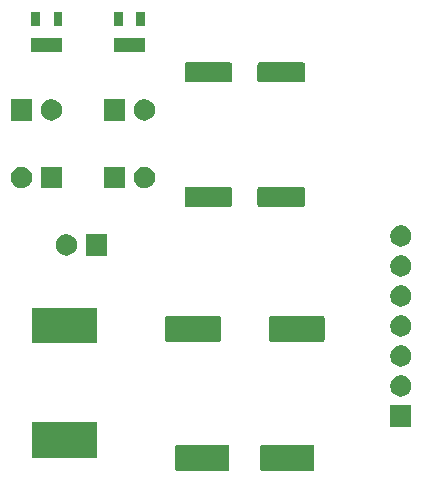
<source format=gbr>
G04 #@! TF.GenerationSoftware,KiCad,Pcbnew,5.1.5-1.fc30*
G04 #@! TF.CreationDate,2020-12-14T14:28:46-06:00*
G04 #@! TF.ProjectId,auxiliary_power,61757869-6c69-4617-9279-5f706f776572,rev?*
G04 #@! TF.SameCoordinates,Original*
G04 #@! TF.FileFunction,Soldermask,Top*
G04 #@! TF.FilePolarity,Negative*
%FSLAX46Y46*%
G04 Gerber Fmt 4.6, Leading zero omitted, Abs format (unit mm)*
G04 Created by KiCad (PCBNEW 5.1.5-1.fc30) date 2020-12-14 14:28:46*
%MOMM*%
%LPD*%
G04 APERTURE LIST*
%ADD10C,0.100000*%
G04 APERTURE END LIST*
D10*
G36*
X117145536Y-110662800D02*
G01*
X117176738Y-110672265D01*
X117205486Y-110687631D01*
X117230687Y-110708313D01*
X117251369Y-110733514D01*
X117266735Y-110762262D01*
X117276200Y-110793464D01*
X117280000Y-110832046D01*
X117280000Y-112687954D01*
X117276200Y-112726536D01*
X117266735Y-112757738D01*
X117251369Y-112786486D01*
X117230687Y-112811687D01*
X117205486Y-112832369D01*
X117176738Y-112847735D01*
X117145536Y-112857200D01*
X117106954Y-112861000D01*
X112851046Y-112861000D01*
X112812464Y-112857200D01*
X112781262Y-112847735D01*
X112752514Y-112832369D01*
X112727313Y-112811687D01*
X112706631Y-112786486D01*
X112691265Y-112757738D01*
X112681800Y-112726536D01*
X112678000Y-112687954D01*
X112678000Y-110832046D01*
X112681800Y-110793464D01*
X112691265Y-110762262D01*
X112706631Y-110733514D01*
X112727313Y-110708313D01*
X112752514Y-110687631D01*
X112781262Y-110672265D01*
X112812464Y-110662800D01*
X112851046Y-110659000D01*
X117106954Y-110659000D01*
X117145536Y-110662800D01*
G37*
G36*
X109945536Y-110662800D02*
G01*
X109976738Y-110672265D01*
X110005486Y-110687631D01*
X110030687Y-110708313D01*
X110051369Y-110733514D01*
X110066735Y-110762262D01*
X110076200Y-110793464D01*
X110080000Y-110832046D01*
X110080000Y-112687954D01*
X110076200Y-112726536D01*
X110066735Y-112757738D01*
X110051369Y-112786486D01*
X110030687Y-112811687D01*
X110005486Y-112832369D01*
X109976738Y-112847735D01*
X109945536Y-112857200D01*
X109906954Y-112861000D01*
X105651046Y-112861000D01*
X105612464Y-112857200D01*
X105581262Y-112847735D01*
X105552514Y-112832369D01*
X105527313Y-112811687D01*
X105506631Y-112786486D01*
X105491265Y-112757738D01*
X105481800Y-112726536D01*
X105478000Y-112687954D01*
X105478000Y-110832046D01*
X105481800Y-110793464D01*
X105491265Y-110762262D01*
X105506631Y-110733514D01*
X105527313Y-110708313D01*
X105552514Y-110687631D01*
X105581262Y-110672265D01*
X105612464Y-110662800D01*
X105651046Y-110659000D01*
X109906954Y-110659000D01*
X109945536Y-110662800D01*
G37*
G36*
X98890000Y-111761000D02*
G01*
X93388000Y-111761000D01*
X93388000Y-108759000D01*
X98890000Y-108759000D01*
X98890000Y-111761000D01*
G37*
G36*
X125488000Y-109105000D02*
G01*
X123686000Y-109105000D01*
X123686000Y-107303000D01*
X125488000Y-107303000D01*
X125488000Y-109105000D01*
G37*
G36*
X124700512Y-104767927D02*
G01*
X124849812Y-104797624D01*
X125013784Y-104865544D01*
X125161354Y-104964147D01*
X125286853Y-105089646D01*
X125385456Y-105237216D01*
X125453376Y-105401188D01*
X125488000Y-105575259D01*
X125488000Y-105752741D01*
X125453376Y-105926812D01*
X125385456Y-106090784D01*
X125286853Y-106238354D01*
X125161354Y-106363853D01*
X125013784Y-106462456D01*
X124849812Y-106530376D01*
X124700512Y-106560073D01*
X124675742Y-106565000D01*
X124498258Y-106565000D01*
X124473488Y-106560073D01*
X124324188Y-106530376D01*
X124160216Y-106462456D01*
X124012646Y-106363853D01*
X123887147Y-106238354D01*
X123788544Y-106090784D01*
X123720624Y-105926812D01*
X123686000Y-105752741D01*
X123686000Y-105575259D01*
X123720624Y-105401188D01*
X123788544Y-105237216D01*
X123887147Y-105089646D01*
X124012646Y-104964147D01*
X124160216Y-104865544D01*
X124324188Y-104797624D01*
X124473488Y-104767927D01*
X124498258Y-104763000D01*
X124675742Y-104763000D01*
X124700512Y-104767927D01*
G37*
G36*
X124700512Y-102227927D02*
G01*
X124849812Y-102257624D01*
X125013784Y-102325544D01*
X125161354Y-102424147D01*
X125286853Y-102549646D01*
X125385456Y-102697216D01*
X125453376Y-102861188D01*
X125488000Y-103035259D01*
X125488000Y-103212741D01*
X125453376Y-103386812D01*
X125385456Y-103550784D01*
X125286853Y-103698354D01*
X125161354Y-103823853D01*
X125013784Y-103922456D01*
X124849812Y-103990376D01*
X124700512Y-104020073D01*
X124675742Y-104025000D01*
X124498258Y-104025000D01*
X124473488Y-104020073D01*
X124324188Y-103990376D01*
X124160216Y-103922456D01*
X124012646Y-103823853D01*
X123887147Y-103698354D01*
X123788544Y-103550784D01*
X123720624Y-103386812D01*
X123686000Y-103212741D01*
X123686000Y-103035259D01*
X123720624Y-102861188D01*
X123788544Y-102697216D01*
X123887147Y-102549646D01*
X124012646Y-102424147D01*
X124160216Y-102325544D01*
X124324188Y-102257624D01*
X124473488Y-102227927D01*
X124498258Y-102223000D01*
X124675742Y-102223000D01*
X124700512Y-102227927D01*
G37*
G36*
X98890000Y-102061000D02*
G01*
X93388000Y-102061000D01*
X93388000Y-99059000D01*
X98890000Y-99059000D01*
X98890000Y-102061000D01*
G37*
G36*
X109195536Y-99740800D02*
G01*
X109226738Y-99750265D01*
X109255486Y-99765631D01*
X109280687Y-99786313D01*
X109301369Y-99811514D01*
X109316735Y-99840262D01*
X109326200Y-99871464D01*
X109330000Y-99910046D01*
X109330000Y-101765954D01*
X109326200Y-101804536D01*
X109316735Y-101835738D01*
X109301369Y-101864486D01*
X109280687Y-101889687D01*
X109255486Y-101910369D01*
X109226738Y-101925735D01*
X109195536Y-101935200D01*
X109156954Y-101939000D01*
X104801046Y-101939000D01*
X104762464Y-101935200D01*
X104731262Y-101925735D01*
X104702514Y-101910369D01*
X104677313Y-101889687D01*
X104656631Y-101864486D01*
X104641265Y-101835738D01*
X104631800Y-101804536D01*
X104628000Y-101765954D01*
X104628000Y-99910046D01*
X104631800Y-99871464D01*
X104641265Y-99840262D01*
X104656631Y-99811514D01*
X104677313Y-99786313D01*
X104702514Y-99765631D01*
X104731262Y-99750265D01*
X104762464Y-99740800D01*
X104801046Y-99737000D01*
X109156954Y-99737000D01*
X109195536Y-99740800D01*
G37*
G36*
X117995536Y-99740800D02*
G01*
X118026738Y-99750265D01*
X118055486Y-99765631D01*
X118080687Y-99786313D01*
X118101369Y-99811514D01*
X118116735Y-99840262D01*
X118126200Y-99871464D01*
X118130000Y-99910046D01*
X118130000Y-101765954D01*
X118126200Y-101804536D01*
X118116735Y-101835738D01*
X118101369Y-101864486D01*
X118080687Y-101889687D01*
X118055486Y-101910369D01*
X118026738Y-101925735D01*
X117995536Y-101935200D01*
X117956954Y-101939000D01*
X113601046Y-101939000D01*
X113562464Y-101935200D01*
X113531262Y-101925735D01*
X113502514Y-101910369D01*
X113477313Y-101889687D01*
X113456631Y-101864486D01*
X113441265Y-101835738D01*
X113431800Y-101804536D01*
X113428000Y-101765954D01*
X113428000Y-99910046D01*
X113431800Y-99871464D01*
X113441265Y-99840262D01*
X113456631Y-99811514D01*
X113477313Y-99786313D01*
X113502514Y-99765631D01*
X113531262Y-99750265D01*
X113562464Y-99740800D01*
X113601046Y-99737000D01*
X117956954Y-99737000D01*
X117995536Y-99740800D01*
G37*
G36*
X124700512Y-99687927D02*
G01*
X124849812Y-99717624D01*
X125013784Y-99785544D01*
X125161354Y-99884147D01*
X125286853Y-100009646D01*
X125385456Y-100157216D01*
X125453376Y-100321188D01*
X125488000Y-100495259D01*
X125488000Y-100672741D01*
X125453376Y-100846812D01*
X125385456Y-101010784D01*
X125286853Y-101158354D01*
X125161354Y-101283853D01*
X125013784Y-101382456D01*
X124849812Y-101450376D01*
X124700512Y-101480073D01*
X124675742Y-101485000D01*
X124498258Y-101485000D01*
X124473488Y-101480073D01*
X124324188Y-101450376D01*
X124160216Y-101382456D01*
X124012646Y-101283853D01*
X123887147Y-101158354D01*
X123788544Y-101010784D01*
X123720624Y-100846812D01*
X123686000Y-100672741D01*
X123686000Y-100495259D01*
X123720624Y-100321188D01*
X123788544Y-100157216D01*
X123887147Y-100009646D01*
X124012646Y-99884147D01*
X124160216Y-99785544D01*
X124324188Y-99717624D01*
X124473488Y-99687927D01*
X124498258Y-99683000D01*
X124675742Y-99683000D01*
X124700512Y-99687927D01*
G37*
G36*
X124700512Y-97147927D02*
G01*
X124849812Y-97177624D01*
X125013784Y-97245544D01*
X125161354Y-97344147D01*
X125286853Y-97469646D01*
X125385456Y-97617216D01*
X125453376Y-97781188D01*
X125488000Y-97955259D01*
X125488000Y-98132741D01*
X125453376Y-98306812D01*
X125385456Y-98470784D01*
X125286853Y-98618354D01*
X125161354Y-98743853D01*
X125013784Y-98842456D01*
X124849812Y-98910376D01*
X124700512Y-98940073D01*
X124675742Y-98945000D01*
X124498258Y-98945000D01*
X124473488Y-98940073D01*
X124324188Y-98910376D01*
X124160216Y-98842456D01*
X124012646Y-98743853D01*
X123887147Y-98618354D01*
X123788544Y-98470784D01*
X123720624Y-98306812D01*
X123686000Y-98132741D01*
X123686000Y-97955259D01*
X123720624Y-97781188D01*
X123788544Y-97617216D01*
X123887147Y-97469646D01*
X124012646Y-97344147D01*
X124160216Y-97245544D01*
X124324188Y-97177624D01*
X124473488Y-97147927D01*
X124498258Y-97143000D01*
X124675742Y-97143000D01*
X124700512Y-97147927D01*
G37*
G36*
X124700512Y-94607927D02*
G01*
X124849812Y-94637624D01*
X125013784Y-94705544D01*
X125161354Y-94804147D01*
X125286853Y-94929646D01*
X125385456Y-95077216D01*
X125453376Y-95241188D01*
X125488000Y-95415259D01*
X125488000Y-95592741D01*
X125453376Y-95766812D01*
X125385456Y-95930784D01*
X125286853Y-96078354D01*
X125161354Y-96203853D01*
X125013784Y-96302456D01*
X124849812Y-96370376D01*
X124700512Y-96400073D01*
X124675742Y-96405000D01*
X124498258Y-96405000D01*
X124473488Y-96400073D01*
X124324188Y-96370376D01*
X124160216Y-96302456D01*
X124012646Y-96203853D01*
X123887147Y-96078354D01*
X123788544Y-95930784D01*
X123720624Y-95766812D01*
X123686000Y-95592741D01*
X123686000Y-95415259D01*
X123720624Y-95241188D01*
X123788544Y-95077216D01*
X123887147Y-94929646D01*
X124012646Y-94804147D01*
X124160216Y-94705544D01*
X124324188Y-94637624D01*
X124473488Y-94607927D01*
X124498258Y-94603000D01*
X124675742Y-94603000D01*
X124700512Y-94607927D01*
G37*
G36*
X99707000Y-94627000D02*
G01*
X97905000Y-94627000D01*
X97905000Y-92825000D01*
X99707000Y-92825000D01*
X99707000Y-94627000D01*
G37*
G36*
X96379512Y-92829927D02*
G01*
X96528812Y-92859624D01*
X96692784Y-92927544D01*
X96840354Y-93026147D01*
X96965853Y-93151646D01*
X97064456Y-93299216D01*
X97132376Y-93463188D01*
X97167000Y-93637259D01*
X97167000Y-93814741D01*
X97132376Y-93988812D01*
X97064456Y-94152784D01*
X96965853Y-94300354D01*
X96840354Y-94425853D01*
X96692784Y-94524456D01*
X96528812Y-94592376D01*
X96379512Y-94622073D01*
X96354742Y-94627000D01*
X96177258Y-94627000D01*
X96152488Y-94622073D01*
X96003188Y-94592376D01*
X95839216Y-94524456D01*
X95691646Y-94425853D01*
X95566147Y-94300354D01*
X95467544Y-94152784D01*
X95399624Y-93988812D01*
X95365000Y-93814741D01*
X95365000Y-93637259D01*
X95399624Y-93463188D01*
X95467544Y-93299216D01*
X95566147Y-93151646D01*
X95691646Y-93026147D01*
X95839216Y-92927544D01*
X96003188Y-92859624D01*
X96152488Y-92829927D01*
X96177258Y-92825000D01*
X96354742Y-92825000D01*
X96379512Y-92829927D01*
G37*
G36*
X124700512Y-92067927D02*
G01*
X124849812Y-92097624D01*
X125013784Y-92165544D01*
X125161354Y-92264147D01*
X125286853Y-92389646D01*
X125385456Y-92537216D01*
X125453376Y-92701188D01*
X125488000Y-92875259D01*
X125488000Y-93052741D01*
X125453376Y-93226812D01*
X125385456Y-93390784D01*
X125286853Y-93538354D01*
X125161354Y-93663853D01*
X125013784Y-93762456D01*
X124849812Y-93830376D01*
X124700512Y-93860073D01*
X124675742Y-93865000D01*
X124498258Y-93865000D01*
X124473488Y-93860073D01*
X124324188Y-93830376D01*
X124160216Y-93762456D01*
X124012646Y-93663853D01*
X123887147Y-93538354D01*
X123788544Y-93390784D01*
X123720624Y-93226812D01*
X123686000Y-93052741D01*
X123686000Y-92875259D01*
X123720624Y-92701188D01*
X123788544Y-92537216D01*
X123887147Y-92389646D01*
X124012646Y-92264147D01*
X124160216Y-92165544D01*
X124324188Y-92097624D01*
X124473488Y-92067927D01*
X124498258Y-92063000D01*
X124675742Y-92063000D01*
X124700512Y-92067927D01*
G37*
G36*
X110159997Y-88815051D02*
G01*
X110193652Y-88825261D01*
X110224665Y-88841838D01*
X110251851Y-88864149D01*
X110274162Y-88891335D01*
X110290739Y-88922348D01*
X110300949Y-88956003D01*
X110305000Y-88997138D01*
X110305000Y-90326862D01*
X110300949Y-90367997D01*
X110290739Y-90401652D01*
X110274162Y-90432665D01*
X110251851Y-90459851D01*
X110224665Y-90482162D01*
X110193652Y-90498739D01*
X110159997Y-90508949D01*
X110118862Y-90513000D01*
X106464138Y-90513000D01*
X106423003Y-90508949D01*
X106389348Y-90498739D01*
X106358335Y-90482162D01*
X106331149Y-90459851D01*
X106308838Y-90432665D01*
X106292261Y-90401652D01*
X106282051Y-90367997D01*
X106278000Y-90326862D01*
X106278000Y-88997138D01*
X106282051Y-88956003D01*
X106292261Y-88922348D01*
X106308838Y-88891335D01*
X106331149Y-88864149D01*
X106358335Y-88841838D01*
X106389348Y-88825261D01*
X106423003Y-88815051D01*
X106464138Y-88811000D01*
X110118862Y-88811000D01*
X110159997Y-88815051D01*
G37*
G36*
X116334997Y-88815051D02*
G01*
X116368652Y-88825261D01*
X116399665Y-88841838D01*
X116426851Y-88864149D01*
X116449162Y-88891335D01*
X116465739Y-88922348D01*
X116475949Y-88956003D01*
X116480000Y-88997138D01*
X116480000Y-90326862D01*
X116475949Y-90367997D01*
X116465739Y-90401652D01*
X116449162Y-90432665D01*
X116426851Y-90459851D01*
X116399665Y-90482162D01*
X116368652Y-90498739D01*
X116334997Y-90508949D01*
X116293862Y-90513000D01*
X112639138Y-90513000D01*
X112598003Y-90508949D01*
X112564348Y-90498739D01*
X112533335Y-90482162D01*
X112506149Y-90459851D01*
X112483838Y-90432665D01*
X112467261Y-90401652D01*
X112457051Y-90367997D01*
X112453000Y-90326862D01*
X112453000Y-88997138D01*
X112457051Y-88956003D01*
X112467261Y-88922348D01*
X112483838Y-88891335D01*
X112506149Y-88864149D01*
X112533335Y-88841838D01*
X112564348Y-88825261D01*
X112598003Y-88815051D01*
X112639138Y-88811000D01*
X116293862Y-88811000D01*
X116334997Y-88815051D01*
G37*
G36*
X101231000Y-88912000D02*
G01*
X99429000Y-88912000D01*
X99429000Y-87110000D01*
X101231000Y-87110000D01*
X101231000Y-88912000D01*
G37*
G36*
X92569512Y-87114927D02*
G01*
X92718812Y-87144624D01*
X92882784Y-87212544D01*
X93030354Y-87311147D01*
X93155853Y-87436646D01*
X93254456Y-87584216D01*
X93322376Y-87748188D01*
X93357000Y-87922259D01*
X93357000Y-88099741D01*
X93322376Y-88273812D01*
X93254456Y-88437784D01*
X93155853Y-88585354D01*
X93030354Y-88710853D01*
X92882784Y-88809456D01*
X92718812Y-88877376D01*
X92569512Y-88907073D01*
X92544742Y-88912000D01*
X92367258Y-88912000D01*
X92342488Y-88907073D01*
X92193188Y-88877376D01*
X92029216Y-88809456D01*
X91881646Y-88710853D01*
X91756147Y-88585354D01*
X91657544Y-88437784D01*
X91589624Y-88273812D01*
X91555000Y-88099741D01*
X91555000Y-87922259D01*
X91589624Y-87748188D01*
X91657544Y-87584216D01*
X91756147Y-87436646D01*
X91881646Y-87311147D01*
X92029216Y-87212544D01*
X92193188Y-87144624D01*
X92342488Y-87114927D01*
X92367258Y-87110000D01*
X92544742Y-87110000D01*
X92569512Y-87114927D01*
G37*
G36*
X95897000Y-88912000D02*
G01*
X94095000Y-88912000D01*
X94095000Y-87110000D01*
X95897000Y-87110000D01*
X95897000Y-88912000D01*
G37*
G36*
X102983512Y-87114927D02*
G01*
X103132812Y-87144624D01*
X103296784Y-87212544D01*
X103444354Y-87311147D01*
X103569853Y-87436646D01*
X103668456Y-87584216D01*
X103736376Y-87748188D01*
X103771000Y-87922259D01*
X103771000Y-88099741D01*
X103736376Y-88273812D01*
X103668456Y-88437784D01*
X103569853Y-88585354D01*
X103444354Y-88710853D01*
X103296784Y-88809456D01*
X103132812Y-88877376D01*
X102983512Y-88907073D01*
X102958742Y-88912000D01*
X102781258Y-88912000D01*
X102756488Y-88907073D01*
X102607188Y-88877376D01*
X102443216Y-88809456D01*
X102295646Y-88710853D01*
X102170147Y-88585354D01*
X102071544Y-88437784D01*
X102003624Y-88273812D01*
X101969000Y-88099741D01*
X101969000Y-87922259D01*
X102003624Y-87748188D01*
X102071544Y-87584216D01*
X102170147Y-87436646D01*
X102295646Y-87311147D01*
X102443216Y-87212544D01*
X102607188Y-87144624D01*
X102756488Y-87114927D01*
X102781258Y-87110000D01*
X102958742Y-87110000D01*
X102983512Y-87114927D01*
G37*
G36*
X101231000Y-83197000D02*
G01*
X99429000Y-83197000D01*
X99429000Y-81395000D01*
X101231000Y-81395000D01*
X101231000Y-83197000D01*
G37*
G36*
X102983512Y-81399927D02*
G01*
X103132812Y-81429624D01*
X103296784Y-81497544D01*
X103444354Y-81596147D01*
X103569853Y-81721646D01*
X103668456Y-81869216D01*
X103736376Y-82033188D01*
X103771000Y-82207259D01*
X103771000Y-82384741D01*
X103736376Y-82558812D01*
X103668456Y-82722784D01*
X103569853Y-82870354D01*
X103444354Y-82995853D01*
X103296784Y-83094456D01*
X103132812Y-83162376D01*
X102983512Y-83192073D01*
X102958742Y-83197000D01*
X102781258Y-83197000D01*
X102756488Y-83192073D01*
X102607188Y-83162376D01*
X102443216Y-83094456D01*
X102295646Y-82995853D01*
X102170147Y-82870354D01*
X102071544Y-82722784D01*
X102003624Y-82558812D01*
X101969000Y-82384741D01*
X101969000Y-82207259D01*
X102003624Y-82033188D01*
X102071544Y-81869216D01*
X102170147Y-81721646D01*
X102295646Y-81596147D01*
X102443216Y-81497544D01*
X102607188Y-81429624D01*
X102756488Y-81399927D01*
X102781258Y-81395000D01*
X102958742Y-81395000D01*
X102983512Y-81399927D01*
G37*
G36*
X93357000Y-83197000D02*
G01*
X91555000Y-83197000D01*
X91555000Y-81395000D01*
X93357000Y-81395000D01*
X93357000Y-83197000D01*
G37*
G36*
X95109512Y-81399927D02*
G01*
X95258812Y-81429624D01*
X95422784Y-81497544D01*
X95570354Y-81596147D01*
X95695853Y-81721646D01*
X95794456Y-81869216D01*
X95862376Y-82033188D01*
X95897000Y-82207259D01*
X95897000Y-82384741D01*
X95862376Y-82558812D01*
X95794456Y-82722784D01*
X95695853Y-82870354D01*
X95570354Y-82995853D01*
X95422784Y-83094456D01*
X95258812Y-83162376D01*
X95109512Y-83192073D01*
X95084742Y-83197000D01*
X94907258Y-83197000D01*
X94882488Y-83192073D01*
X94733188Y-83162376D01*
X94569216Y-83094456D01*
X94421646Y-82995853D01*
X94296147Y-82870354D01*
X94197544Y-82722784D01*
X94129624Y-82558812D01*
X94095000Y-82384741D01*
X94095000Y-82207259D01*
X94129624Y-82033188D01*
X94197544Y-81869216D01*
X94296147Y-81721646D01*
X94421646Y-81596147D01*
X94569216Y-81497544D01*
X94733188Y-81429624D01*
X94882488Y-81399927D01*
X94907258Y-81395000D01*
X95084742Y-81395000D01*
X95109512Y-81399927D01*
G37*
G36*
X116334997Y-78274051D02*
G01*
X116368652Y-78284261D01*
X116399665Y-78300838D01*
X116426851Y-78323149D01*
X116449162Y-78350335D01*
X116465739Y-78381348D01*
X116475949Y-78415003D01*
X116480000Y-78456138D01*
X116480000Y-79785862D01*
X116475949Y-79826997D01*
X116465739Y-79860652D01*
X116449162Y-79891665D01*
X116426851Y-79918851D01*
X116399665Y-79941162D01*
X116368652Y-79957739D01*
X116334997Y-79967949D01*
X116293862Y-79972000D01*
X112639138Y-79972000D01*
X112598003Y-79967949D01*
X112564348Y-79957739D01*
X112533335Y-79941162D01*
X112506149Y-79918851D01*
X112483838Y-79891665D01*
X112467261Y-79860652D01*
X112457051Y-79826997D01*
X112453000Y-79785862D01*
X112453000Y-78456138D01*
X112457051Y-78415003D01*
X112467261Y-78381348D01*
X112483838Y-78350335D01*
X112506149Y-78323149D01*
X112533335Y-78300838D01*
X112564348Y-78284261D01*
X112598003Y-78274051D01*
X112639138Y-78270000D01*
X116293862Y-78270000D01*
X116334997Y-78274051D01*
G37*
G36*
X110159997Y-78274051D02*
G01*
X110193652Y-78284261D01*
X110224665Y-78300838D01*
X110251851Y-78323149D01*
X110274162Y-78350335D01*
X110290739Y-78381348D01*
X110300949Y-78415003D01*
X110305000Y-78456138D01*
X110305000Y-79785862D01*
X110300949Y-79826997D01*
X110290739Y-79860652D01*
X110274162Y-79891665D01*
X110251851Y-79918851D01*
X110224665Y-79941162D01*
X110193652Y-79957739D01*
X110159997Y-79967949D01*
X110118862Y-79972000D01*
X106464138Y-79972000D01*
X106423003Y-79967949D01*
X106389348Y-79957739D01*
X106358335Y-79941162D01*
X106331149Y-79918851D01*
X106308838Y-79891665D01*
X106292261Y-79860652D01*
X106282051Y-79826997D01*
X106278000Y-79785862D01*
X106278000Y-78456138D01*
X106282051Y-78415003D01*
X106292261Y-78381348D01*
X106308838Y-78350335D01*
X106331149Y-78323149D01*
X106358335Y-78300838D01*
X106389348Y-78284261D01*
X106423003Y-78274051D01*
X106464138Y-78270000D01*
X110118862Y-78270000D01*
X110159997Y-78274051D01*
G37*
G36*
X102926000Y-77373000D02*
G01*
X100274000Y-77373000D01*
X100274000Y-76211000D01*
X102926000Y-76211000D01*
X102926000Y-77373000D01*
G37*
G36*
X95941000Y-77373000D02*
G01*
X93289000Y-77373000D01*
X93289000Y-76211000D01*
X95941000Y-76211000D01*
X95941000Y-77373000D01*
G37*
G36*
X95941000Y-75173000D02*
G01*
X95189000Y-75173000D01*
X95189000Y-74011000D01*
X95941000Y-74011000D01*
X95941000Y-75173000D01*
G37*
G36*
X94041000Y-75173000D02*
G01*
X93289000Y-75173000D01*
X93289000Y-74011000D01*
X94041000Y-74011000D01*
X94041000Y-75173000D01*
G37*
G36*
X101026000Y-75173000D02*
G01*
X100274000Y-75173000D01*
X100274000Y-74011000D01*
X101026000Y-74011000D01*
X101026000Y-75173000D01*
G37*
G36*
X102926000Y-75173000D02*
G01*
X102174000Y-75173000D01*
X102174000Y-74011000D01*
X102926000Y-74011000D01*
X102926000Y-75173000D01*
G37*
M02*

</source>
